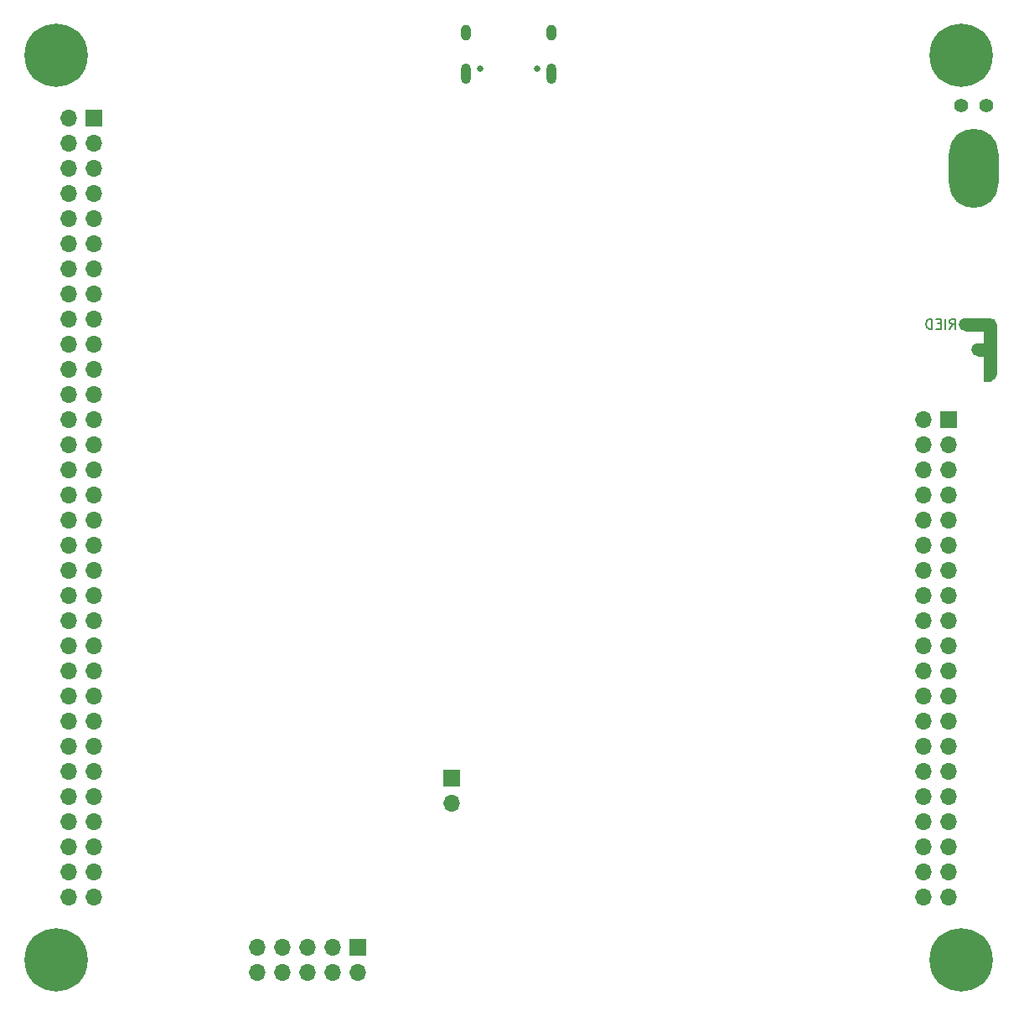
<source format=gbr>
%TF.GenerationSoftware,KiCad,Pcbnew,(6.0.5)*%
%TF.CreationDate,2022-08-30T11:56:48+01:00*%
%TF.ProjectId,STM32F405RGT6,53544d33-3246-4343-9035-524754362e6b,V22.08.0.1*%
%TF.SameCoordinates,Original*%
%TF.FileFunction,Soldermask,Bot*%
%TF.FilePolarity,Negative*%
%FSLAX46Y46*%
G04 Gerber Fmt 4.6, Leading zero omitted, Abs format (unit mm)*
G04 Created by KiCad (PCBNEW (6.0.5)) date 2022-08-30 11:56:48*
%MOMM*%
%LPD*%
G01*
G04 APERTURE LIST*
%ADD10C,0.150000*%
%ADD11C,0.635500*%
%ADD12C,0.001000*%
%ADD13O,5.000000X8.000000*%
%ADD14C,6.400000*%
%ADD15C,1.400000*%
%ADD16R,1.700000X1.700000*%
%ADD17O,1.700000X1.700000*%
%ADD18C,0.650000*%
%ADD19O,1.000000X1.600000*%
%ADD20O,1.000000X2.100000*%
G04 APERTURE END LIST*
D10*
%TO.C,REF\u002A\u002A*%
X132987726Y-66926380D02*
X133321059Y-66450190D01*
X133559154Y-66926380D02*
X133559154Y-65926380D01*
X133178202Y-65926380D01*
X133082964Y-65974000D01*
X133035345Y-66021619D01*
X132987726Y-66116857D01*
X132987726Y-66259714D01*
X133035345Y-66354952D01*
X133082964Y-66402571D01*
X133178202Y-66450190D01*
X133559154Y-66450190D01*
X132559154Y-66926380D02*
X132559154Y-65926380D01*
X132082964Y-66402571D02*
X131749630Y-66402571D01*
X131606773Y-66926380D02*
X132082964Y-66926380D01*
X132082964Y-65926380D01*
X131606773Y-65926380D01*
X131178202Y-66926380D02*
X131178202Y-65926380D01*
X130940107Y-65926380D01*
X130797250Y-65974000D01*
X130702011Y-66069238D01*
X130654392Y-66164476D01*
X130606773Y-66354952D01*
X130606773Y-66497809D01*
X130654392Y-66688285D01*
X130702011Y-66783523D01*
X130797250Y-66878761D01*
X130940107Y-66926380D01*
X131178202Y-66926380D01*
D11*
X134847500Y-66474000D02*
G75*
G03*
X134847500Y-66474000I-317750J0D01*
G01*
X136117500Y-69014000D02*
G75*
G03*
X136117500Y-69014000I-317750J0D01*
G01*
X137387500Y-66474000D02*
G75*
G03*
X137387500Y-66474000I-317750J0D01*
G01*
X137387500Y-71554000D02*
G75*
G03*
X137387500Y-71554000I-317750J0D01*
G01*
G36*
X137704750Y-66474000D02*
G01*
X137704750Y-71554000D01*
X137069750Y-72189000D01*
X136434750Y-72189000D01*
X136434750Y-69649000D01*
X135799750Y-69649000D01*
X135799750Y-68379000D01*
X136434750Y-68379000D01*
X136434750Y-67109000D01*
X134529750Y-67109000D01*
X134529750Y-65839000D01*
X137069750Y-65839000D01*
X137704750Y-66474000D01*
G37*
D12*
X137704750Y-66474000D02*
X137704750Y-71554000D01*
X137069750Y-72189000D01*
X136434750Y-72189000D01*
X136434750Y-69649000D01*
X135799750Y-69649000D01*
X135799750Y-68379000D01*
X136434750Y-68379000D01*
X136434750Y-67109000D01*
X134529750Y-67109000D01*
X134529750Y-65839000D01*
X137069750Y-65839000D01*
X137704750Y-66474000D01*
%TD*%
D13*
%TO.C,GND1*%
X135395000Y-50724000D03*
%TD*%
D14*
%TO.C,H1*%
X42685000Y-39294000D03*
%TD*%
%TO.C,H2*%
X42685000Y-130734000D03*
%TD*%
%TO.C,H3*%
X134125000Y-130734000D03*
%TD*%
%TO.C,H4*%
X134125000Y-39294000D03*
%TD*%
D15*
%TO.C,JP5*%
X134125000Y-44374000D03*
X136665000Y-44374000D03*
%TD*%
D16*
%TO.C,J3*%
X46495000Y-45644000D03*
D17*
X43955000Y-45644000D03*
X46495000Y-48184000D03*
X43955000Y-48184000D03*
X46495000Y-50724000D03*
X43955000Y-50724000D03*
X46495000Y-53264000D03*
X43955000Y-53264000D03*
X46495000Y-55804000D03*
X43955000Y-55804000D03*
X46495000Y-58344000D03*
X43955000Y-58344000D03*
X46495000Y-60884000D03*
X43955000Y-60884000D03*
X46495000Y-63424000D03*
X43955000Y-63424000D03*
X46495000Y-65964000D03*
X43955000Y-65964000D03*
X46495000Y-68504000D03*
X43955000Y-68504000D03*
X46495000Y-71044000D03*
X43955000Y-71044000D03*
X46495000Y-73584000D03*
X43955000Y-73584000D03*
X46495000Y-76124000D03*
X43955000Y-76124000D03*
X46495000Y-78664000D03*
X43955000Y-78664000D03*
X46495000Y-81204000D03*
X43955000Y-81204000D03*
X46495000Y-83744000D03*
X43955000Y-83744000D03*
X46495000Y-86284000D03*
X43955000Y-86284000D03*
X46495000Y-88824000D03*
X43955000Y-88824000D03*
X46495000Y-91364000D03*
X43955000Y-91364000D03*
X46495000Y-93904000D03*
X43955000Y-93904000D03*
X46495000Y-96444000D03*
X43955000Y-96444000D03*
X46495000Y-98984000D03*
X43955000Y-98984000D03*
X46495000Y-101524000D03*
X43955000Y-101524000D03*
X46495000Y-104064000D03*
X43955000Y-104064000D03*
X46495000Y-106604000D03*
X43955000Y-106604000D03*
X46495000Y-109144000D03*
X43955000Y-109144000D03*
X46495000Y-111684000D03*
X43955000Y-111684000D03*
X46495000Y-114224000D03*
X43955000Y-114224000D03*
X46495000Y-116764000D03*
X43955000Y-116764000D03*
X46495000Y-119304000D03*
X43955000Y-119304000D03*
X46495000Y-121844000D03*
X43955000Y-121844000D03*
X46495000Y-124384000D03*
X43955000Y-124384000D03*
%TD*%
D16*
%TO.C,J4*%
X132855000Y-76124000D03*
D17*
X130315000Y-76124000D03*
X132855000Y-78664000D03*
X130315000Y-78664000D03*
X132855000Y-81204000D03*
X130315000Y-81204000D03*
X132855000Y-83744000D03*
X130315000Y-83744000D03*
X132855000Y-86284000D03*
X130315000Y-86284000D03*
X132855000Y-88824000D03*
X130315000Y-88824000D03*
X132855000Y-91364000D03*
X130315000Y-91364000D03*
X132855000Y-93904000D03*
X130315000Y-93904000D03*
X132855000Y-96444000D03*
X130315000Y-96444000D03*
X132855000Y-98984000D03*
X130315000Y-98984000D03*
X132855000Y-101524000D03*
X130315000Y-101524000D03*
X132855000Y-104064000D03*
X130315000Y-104064000D03*
X132855000Y-106604000D03*
X130315000Y-106604000D03*
X132855000Y-109144000D03*
X130315000Y-109144000D03*
X132855000Y-111684000D03*
X130315000Y-111684000D03*
X132855000Y-114224000D03*
X130315000Y-114224000D03*
X132855000Y-116764000D03*
X130315000Y-116764000D03*
X132855000Y-119304000D03*
X130315000Y-119304000D03*
X132855000Y-121844000D03*
X130315000Y-121844000D03*
X132855000Y-124384000D03*
X130315000Y-124384000D03*
%TD*%
D16*
%TO.C,J1*%
X73160000Y-129459000D03*
D17*
X73160000Y-131999000D03*
X70620000Y-129459000D03*
X70620000Y-131999000D03*
X68080000Y-129459000D03*
X68080000Y-131999000D03*
X65540000Y-129459000D03*
X65540000Y-131999000D03*
X63000000Y-129459000D03*
X63000000Y-131999000D03*
%TD*%
D18*
%TO.C,J2*%
X85515000Y-40624000D03*
X91295000Y-40624000D03*
D19*
X92725000Y-36974000D03*
D20*
X84085000Y-41154000D03*
X92725000Y-41154000D03*
D19*
X84085000Y-36974000D03*
%TD*%
D16*
%TO.C,JP1*%
X82690000Y-112319000D03*
D17*
X82690000Y-114859000D03*
%TD*%
M02*

</source>
